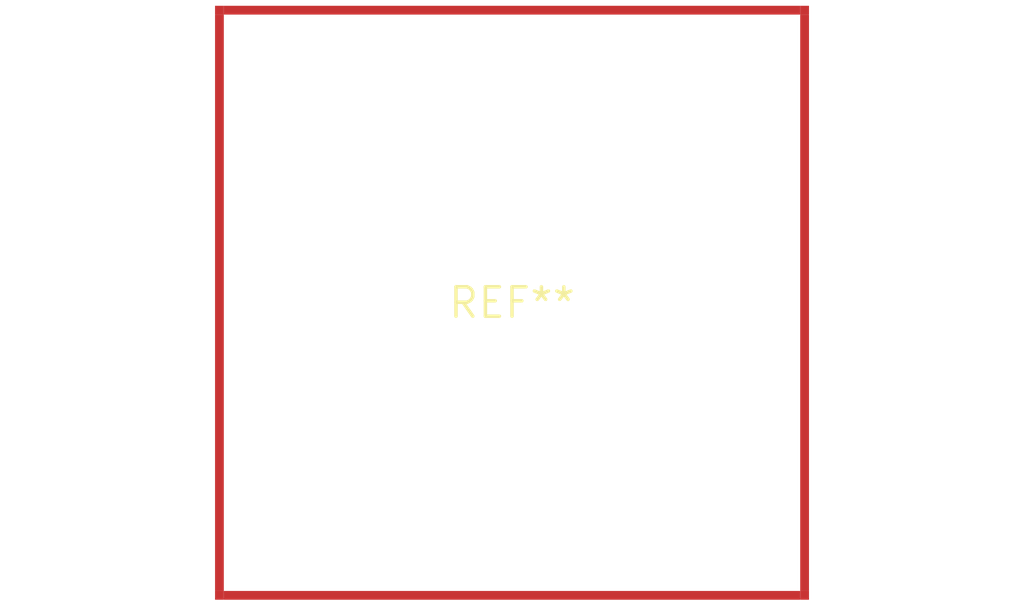
<source format=kicad_pcb>
(kicad_pcb (version 20240108) (generator pcbnew)
  (layers (0 "F.Cu" signal) (31 "B.Cu" signal) (34 "B.Paste" user) (35 "F.Paste" user) (36 "B.SilkS" user "B.Silkscreen") (37 "F.SilkS" user "F.Silkscreen") (38 "B.Mask" user) (39 "F.Mask" user) (44 "Edge.Cuts" user))
  (net 0 "")
  (footprint "Laird_Technologies_97-2002_25.40x25.40mm" (layer "F.Cu") (at 0 0)
    (property "Reference" "REF**")
    (property "Value" "Laird_Technologies_97-2002_25.40x25.40mm")
    (pad "1" smd rect (at -12.635 -12.635) (size 0.38 0.38) (layers "F.Cu" "F.Paste" "F.Mask"))
    (pad "1" smd rect (at -12.635 0) (size 0.38 24.89) (layers "F.Cu" "F.Paste" "F.Mask"))
    (pad "1" smd rect (at -12.635 12.635) (size 0.38 0.38) (layers "F.Cu" "F.Paste" "F.Mask"))
    (pad "1" smd rect (at 0 -12.635) (size 24.89 0.38) (layers "F.Cu" "F.Paste" "F.Mask"))
    (pad "1" smd rect (at 0 12.635) (size 24.89 0.38) (layers "F.Cu" "F.Paste" "F.Mask"))
    (pad "1" smd rect (at 12.635 -12.635) (size 0.38 0.38) (layers "F.Cu" "F.Paste" "F.Mask"))
    (pad "1" smd rect (at 12.635 0) (size 0.38 24.89) (layers "F.Cu" "F.Paste" "F.Mask"))
    (pad "1" smd rect (at 12.635 12.635) (size 0.38 0.38) (layers "F.Cu" "F.Paste" "F.Mask"))
  )
)
</source>
